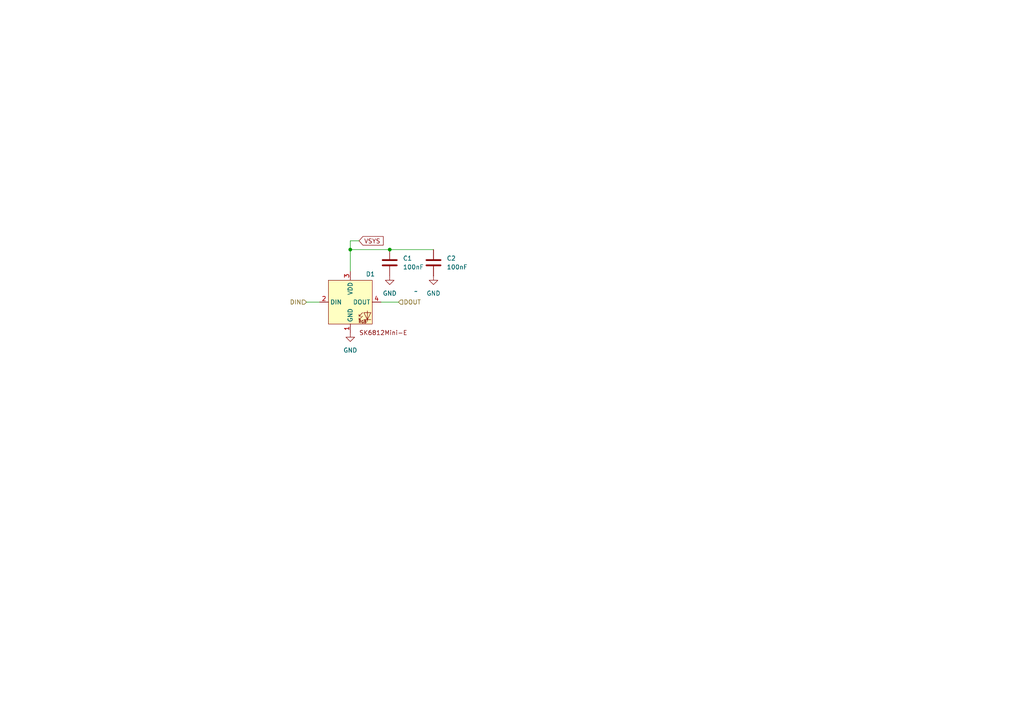
<source format=kicad_sch>
(kicad_sch (version 20231120) (generator "eeschema") (generator_version "8.0")
  (paper "A4")
  (lib_symbols
    (symbol "Device:C" (pin_numbers hide) (pin_names (offset 0.254))
      (property "Reference" "C" (at 0.635 2.54 0))
      (property "Value" "C" (at 0.635 -2.54 0))
      (symbol "C_0_1"
        (polyline (pts (xy -2.032 -0.762) (xy 2.032 -0.762)) (stroke (width 0.508)))
        (polyline (pts (xy -2.032 0.762) (xy 2.032 0.762)) (stroke (width 0.508)))
      )
      (symbol "C_1_1"
        (pin passive line (at 0 3.81 270) (length 2.794) (name "~") (number "1"))
        (pin passive line (at 0 -3.81 90) (length 2.794) (name "~") (number "2"))
      )
    )
    (symbol "Extra:SK6812Mini-E"
      (property "Reference" "D" (at 2.794 7.874 0))
      (symbol "SK6812Mini-E_0_0"
        (text "RGB" (at 3.556 -5.715 0) (effects (font (size 0.762 0.762))))
      )
      (symbol "SK6812Mini-E_0_1"
        (polyline (pts (xy 2.54 -5.08) (xy 3.048 -5.08)))
        (polyline (pts (xy 2.54 -4.064) (xy 3.048 -4.064)))
        (polyline (pts (xy 5.969 -5.08) (xy 3.937 -5.08)))
        (polyline (pts (xy 3.556 -4.064) (xy 2.54 -5.08) (xy 2.54 -4.572)))
        (polyline (pts (xy 3.556 -3.048) (xy 2.54 -4.064) (xy 2.54 -3.556)))
        (polyline (pts (xy 4.953 -2.54) (xy 4.953 -5.08) (xy 4.953 -5.588)))
        (polyline (pts (xy 5.969 -3.048) (xy 3.937 -3.048) (xy 4.953 -5.08) (xy 5.969 -3.048)))
      )
      (symbol "SK6812Mini-E_1_1"
        (rectangle (start -6.35 6.35) (end 6.35 -6.35) (fill (type background)))
        (text private "https://www.lcsc.com/datasheet/lcsc_datasheet_2412101523_OPSCO-Optoelectronics-SK6812MINI-E_C5149201.pdf" (at 3.556 -14.224 0) (effects (font (size 1.27 1.27)) (justify left)))
        (text private "https://www.lcsc.com/product-detail/Light-Emitting-Diodes-LED_OPSCO-Optoelectronics-SK6812MINI-E_C5149201.html" (at 3.556 -11.684 0) (effects (font (size 1.27 1.27)) (justify left)))
        (text "SK6812Mini-E" (at 2.54 -8.89 0) (effects (font (size 1.27 1.27)) (justify left)))
        (pin power_in line (at 0 -8.89 90) (length 2.54) (name "GND") (number "1"))
        (pin input line (at -8.89 0 0) (length 2.54) (name "DIN") (number "2"))
        (pin power_in line (at 0 8.89 270) (length 2.54) (name "VDD") (number "3"))
        (pin output line (at 8.89 0 180) (length 2.54) (name "DOUT") (number "4"))
      )
    )
    (symbol "power:GND" (power) (pin_numbers hide) (pin_names (offset 0) hide)
      (property "Value" "GND" (at 0 -3.81 0))
      (symbol "GND_0_1"
        (polyline (pts (xy 0 0) (xy 0 -1.27) (xy 1.27 -1.27) (xy 0 -2.54) (xy -1.27 -1.27) (xy 0 -1.27)))
      )
      (symbol "GND_1_1"
        (pin power_in line (at 0 0 270) (length 0) (name "~") (number "1"))
      )
    )
  )
  (junction (at 113.03 72.39))
  (junction (at 101.6 72.39))
  (wire (pts (xy 104.14 69.85) (xy 101.6 69.85)))
  (wire (pts (xy 101.6 72.39) (xy 113.03 72.39)))
  (wire (pts (xy 101.6 69.85) (xy 101.6 72.39)))
  (wire (pts (xy 88.9 87.63) (xy 92.71 87.63)))
  (wire (pts (xy 113.03 72.39) (xy 125.73 72.39)))
  (wire (pts (xy 115.57 87.63) (xy 110.49 87.63)))
  (wire (pts (xy 101.6 78.74) (xy 101.6 72.39)))
  (global_label "VSYS" (shape input) (at 104.14 69.85 0) (property "Intersheetrefs" "${INTERSHEET_REFS}" (effects (hide yes))))
  (hierarchical_label "DIN" (shape input) (at 88.9 87.63 180))
  (hierarchical_label "DOUT" (shape input) (at 115.57 87.63 0))
  (symbol (lib_id "Device:C") (at 113.03 76.2 0) (unit 1)
    (property "Reference" "C1" (at 116.84 74.9299 0) (effects (justify left)))
    (property "Value" "100nF" (at 116.84 77.4699 0) (effects (justify left)))
    (property "Footprint" "Capacitor_SMD:C_0603_1608Metric_Pad1.08x0.95mm_HandSolder" (effects (hide yes)))
    (property "Description" "Unpolarized capacitor" (effects (hide yes)))
  )
  (symbol (lib_id "Device:C") (at 125.73 76.2 0) (unit 1)
    (property "Reference" "C2" (at 129.54 74.9299 0) (effects (justify left)))
    (property "Value" "100nF" (at 129.54 77.4699 0) (effects (justify left)))
    (property "Footprint" "Capacitor_SMD:C_0603_1608Metric_Pad1.08x0.95mm_HandSolder" (effects (hide yes)))
    (property "Description" "Unpolarized capacitor" (effects (hide yes)))
  )
  (symbol (lib_id "power:GND") (at 113.03 80.01 0) (unit 1)
    (property "Reference" "#PWR0102" (effects (hide yes)))
    (property "Value" "GND" (at 113.03 85.09 0))
    (property "Description" "Power symbol creates a global label with name \"GND\" , ground" (effects (hide yes)))
  )
  (symbol (lib_id "power:GND") (at 101.6 96.52 0) (unit 1)
    (property "Reference" "#PWR0101" (effects (hide yes)))
    (property "Value" "GND" (at 101.6 101.6 0))
    (property "Description" "Power symbol creates a global label with name \"GND\" , ground" (effects (hide yes)))
  )
  (symbol (lib_id "Extra:SK6812Mini-E") (at 101.6 87.63 0) (unit 1)
    (property "Reference" "D1" (at 107.442 79.502 0))
    (property "Value" "~" (at 120.65 84.4865 0))
    (property "Footprint" "Extra:SK6812-MINI-E_ReverseMount_reversible" (effects (hide yes)))
  )
  (symbol (lib_id "power:GND") (at 125.73 80.01 0) (unit 1)
    (property "Reference" "#PWR01" (effects (hide yes)))
    (property "Value" "GND" (at 125.73 85.09 0))
    (property "Description" "Power symbol creates a global label with name \"GND\" , ground" (effects (hide yes)))
  )
)
</source>
